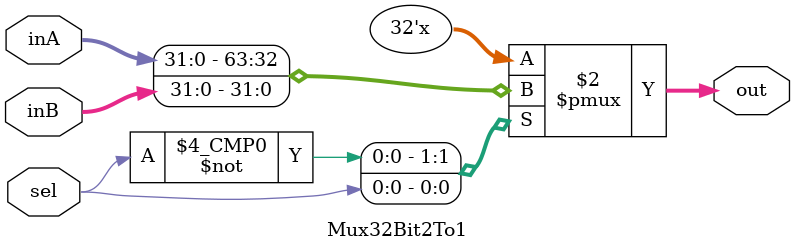
<source format=v>
`timescale 1ns / 1ps


module Mux32Bit2To1(out, inA, inB, sel);

    output reg [31:0] out;
    
    input [31:0] inA;
    input [31:0] inB;
    input sel;

    /* Fill in the implementation here ... */ 
    always@(*) begin
        case (sel)
            'b0: out <= inA;
            'b1: out <= inB; 
        endcase
    end

endmodule

</source>
